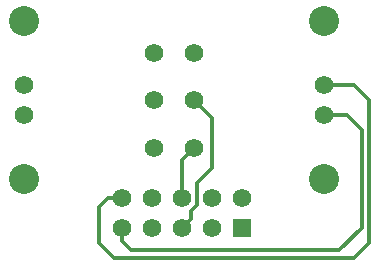
<source format=gbr>
G04 #@! TF.GenerationSoftware,KiCad,Pcbnew,(5.0.2)-1*
G04 #@! TF.CreationDate,2019-01-01T19:01:33-08:00*
G04 #@! TF.ProjectId,500-1117,3530302d-3131-4313-972e-6b696361645f,A*
G04 #@! TF.SameCoordinates,Original*
G04 #@! TF.FileFunction,Copper,L2,Bot*
G04 #@! TF.FilePolarity,Positive*
%FSLAX46Y46*%
G04 Gerber Fmt 4.6, Leading zero omitted, Abs format (unit mm)*
G04 Created by KiCad (PCBNEW (5.0.2)-1) date 1/1/2019 7:01:33 PM*
%MOMM*%
%LPD*%
G01*
G04 APERTURE LIST*
G04 #@! TA.AperFunction,ComponentPad*
%ADD10C,2.540000*%
G04 #@! TD*
G04 #@! TA.AperFunction,ComponentPad*
%ADD11C,1.574800*%
G04 #@! TD*
G04 #@! TA.AperFunction,ComponentPad*
%ADD12R,1.574800X1.574800*%
G04 #@! TD*
G04 #@! TA.AperFunction,Conductor*
%ADD13C,0.304800*%
G04 #@! TD*
G04 APERTURE END LIST*
D10*
G04 #@! TO.P,R1,*
G04 #@! TO.N,*
X114300000Y-115920000D03*
X114300000Y-102520000D03*
D11*
G04 #@! TO.P,R1,4*
G04 #@! TO.N,Net-(P1-Pad8)*
X114300000Y-110490000D03*
G04 #@! TO.P,R1,5*
G04 #@! TO.N,Net-(P1-Pad7)*
X114300000Y-107950000D03*
G04 #@! TO.P,R1,2*
G04 #@! TO.N,Net-(P1-Pad2)*
X125300000Y-109220000D03*
G04 #@! TO.P,R1,3*
G04 #@! TO.N,Net-(P1-Pad3)*
X125300000Y-105220000D03*
G04 #@! TO.P,R1,1*
G04 #@! TO.N,Net-(P1-Pad1)*
X125300000Y-113220000D03*
G04 #@! TD*
D10*
G04 #@! TO.P,R2,*
G04 #@! TO.N,*
X139700000Y-102520000D03*
X139700000Y-115920000D03*
D11*
G04 #@! TO.P,R2,4*
G04 #@! TO.N,Net-(P1-Pad10)*
X139700000Y-107950000D03*
G04 #@! TO.P,R2,5*
G04 #@! TO.N,Net-(P1-Pad9)*
X139700000Y-110490000D03*
G04 #@! TO.P,R2,2*
G04 #@! TO.N,Net-(P1-Pad5)*
X128700000Y-109220000D03*
G04 #@! TO.P,R2,3*
G04 #@! TO.N,Net-(P1-Pad6)*
X128700000Y-113220000D03*
G04 #@! TO.P,R2,1*
G04 #@! TO.N,Net-(P1-Pad4)*
X128700000Y-105220000D03*
G04 #@! TD*
D12*
G04 #@! TO.P,P1,1*
G04 #@! TO.N,Net-(P1-Pad1)*
X132715000Y-120015000D03*
D11*
G04 #@! TO.P,P1,2*
G04 #@! TO.N,Net-(P1-Pad2)*
X132715000Y-117475000D03*
G04 #@! TO.P,P1,3*
G04 #@! TO.N,Net-(P1-Pad3)*
X130175000Y-120015000D03*
G04 #@! TO.P,P1,4*
G04 #@! TO.N,Net-(P1-Pad4)*
X130175000Y-117475000D03*
G04 #@! TO.P,P1,5*
G04 #@! TO.N,Net-(P1-Pad5)*
X127635000Y-120015000D03*
G04 #@! TO.P,P1,6*
G04 #@! TO.N,Net-(P1-Pad6)*
X127635000Y-117475000D03*
G04 #@! TO.P,P1,7*
G04 #@! TO.N,Net-(P1-Pad7)*
X125095000Y-120015000D03*
G04 #@! TO.P,P1,8*
G04 #@! TO.N,Net-(P1-Pad8)*
X125095000Y-117475000D03*
G04 #@! TO.P,P1,9*
G04 #@! TO.N,Net-(P1-Pad9)*
X122555000Y-120015000D03*
G04 #@! TO.P,P1,10*
G04 #@! TO.N,Net-(P1-Pad10)*
X122555000Y-117475000D03*
G04 #@! TD*
D13*
G04 #@! TO.N,Net-(P1-Pad5)*
X128422399Y-119227601D02*
X128422399Y-118592601D01*
X127635000Y-120015000D02*
X128422399Y-119227601D01*
X128422399Y-118592601D02*
X128905000Y-118110000D01*
X128905000Y-118110000D02*
X128905000Y-116205000D01*
X128905000Y-116205000D02*
X130175000Y-114935000D01*
X130175000Y-110695000D02*
X128700000Y-109220000D01*
X130175000Y-114935000D02*
X130175000Y-110695000D01*
G04 #@! TO.N,Net-(P1-Pad6)*
X127635000Y-114285000D02*
X128700000Y-113220000D01*
X127635000Y-117475000D02*
X127635000Y-114285000D01*
G04 #@! TO.N,Net-(P1-Pad9)*
X122555000Y-121128551D02*
X123346449Y-121920000D01*
X122555000Y-120015000D02*
X122555000Y-121128551D01*
X123346449Y-121920000D02*
X140970000Y-121920000D01*
X140970000Y-121920000D02*
X142875000Y-120015000D01*
X142875000Y-120015000D02*
X142875000Y-111760000D01*
X142875000Y-111760000D02*
X141605000Y-110490000D01*
X141605000Y-110490000D02*
X139700000Y-110490000D01*
G04 #@! TO.N,Net-(P1-Pad10)*
X143510000Y-109220000D02*
X142240000Y-107950000D01*
X121441449Y-117475000D02*
X120650000Y-118266449D01*
X143510000Y-121285000D02*
X143510000Y-109220000D01*
X122555000Y-117475000D02*
X121441449Y-117475000D01*
X120650000Y-118266449D02*
X120650000Y-121285000D01*
X120650000Y-121285000D02*
X121920000Y-122555000D01*
X142240000Y-107950000D02*
X139700000Y-107950000D01*
X121920000Y-122555000D02*
X142240000Y-122555000D01*
X142240000Y-122555000D02*
X143510000Y-121285000D01*
G04 #@! TD*
M02*

</source>
